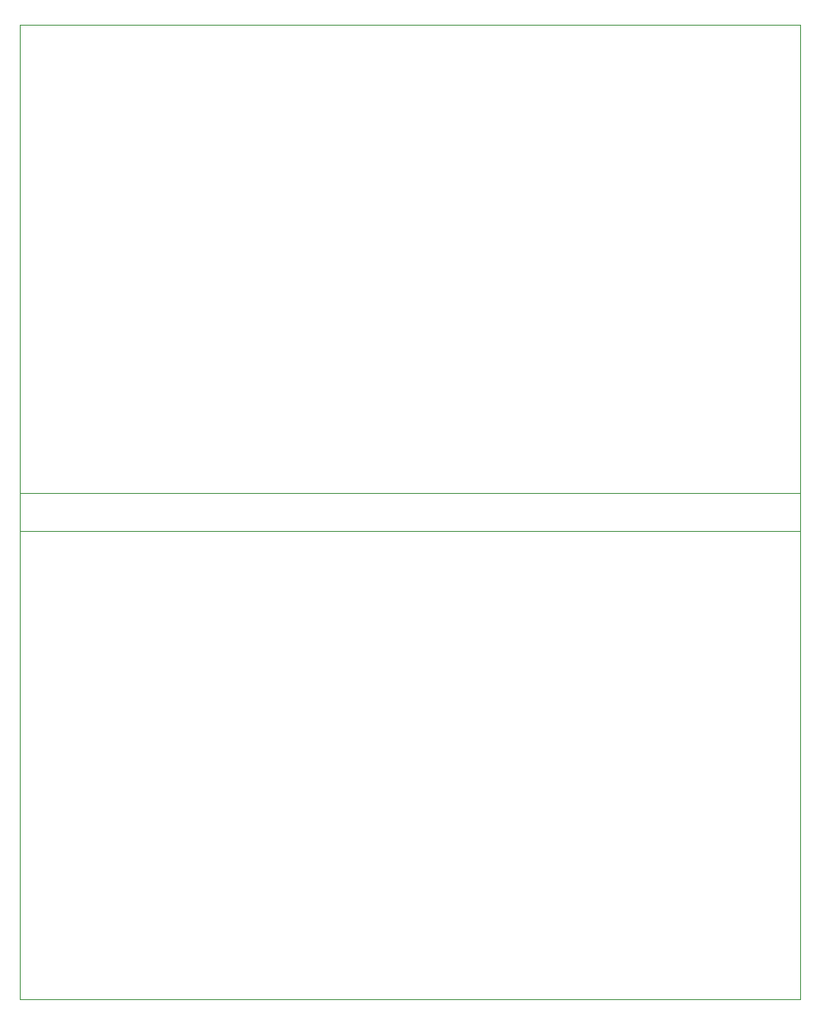
<source format=gbr>
G04 (created by PCBNEW (2013-mar-13)-testing) date Sat 12 Oct 2013 01:57:42 PM CEST*
%MOIN*%
G04 Gerber Fmt 3.4, Leading zero omitted, Abs format*
%FSLAX34Y34*%
G01*
G70*
G90*
G04 APERTURE LIST*
%ADD10C,0.005906*%
%ADD11C,0.003937*%
G04 APERTURE END LIST*
G54D10*
G54D11*
X7874Y-26771D02*
X7874Y-28346D01*
X39370Y-26771D02*
X39370Y-28346D01*
X7874Y-28307D02*
X39370Y-28307D01*
X39370Y-26771D02*
X7874Y-26771D01*
X39370Y-47204D02*
X7874Y-47204D01*
X7874Y-47204D02*
X7874Y-28307D01*
X39370Y-47204D02*
X39370Y-28307D01*
X7874Y-7874D02*
X7874Y-26771D01*
X39370Y-7874D02*
X39370Y-26771D01*
X7874Y-7874D02*
X39370Y-7874D01*
M02*

</source>
